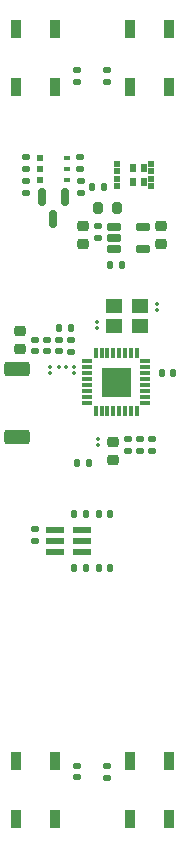
<source format=gbr>
%TF.GenerationSoftware,KiCad,Pcbnew,(6.0.9)*%
%TF.CreationDate,2022-12-14T11:00:14+00:00*%
%TF.ProjectId,ESP8285 PlantLight,45535038-3238-4352-9050-6c616e744c69,rev?*%
%TF.SameCoordinates,Original*%
%TF.FileFunction,Paste,Top*%
%TF.FilePolarity,Positive*%
%FSLAX46Y46*%
G04 Gerber Fmt 4.6, Leading zero omitted, Abs format (unit mm)*
G04 Created by KiCad (PCBNEW (6.0.9)) date 2022-12-14 11:00:14*
%MOMM*%
%LPD*%
G01*
G04 APERTURE LIST*
G04 Aperture macros list*
%AMRoundRect*
0 Rectangle with rounded corners*
0 $1 Rounding radius*
0 $2 $3 $4 $5 $6 $7 $8 $9 X,Y pos of 4 corners*
0 Add a 4 corners polygon primitive as box body*
4,1,4,$2,$3,$4,$5,$6,$7,$8,$9,$2,$3,0*
0 Add four circle primitives for the rounded corners*
1,1,$1+$1,$2,$3*
1,1,$1+$1,$4,$5*
1,1,$1+$1,$6,$7*
1,1,$1+$1,$8,$9*
0 Add four rect primitives between the rounded corners*
20,1,$1+$1,$2,$3,$4,$5,0*
20,1,$1+$1,$4,$5,$6,$7,0*
20,1,$1+$1,$6,$7,$8,$9,0*
20,1,$1+$1,$8,$9,$2,$3,0*%
G04 Aperture macros list end*
%ADD10C,0.010000*%
%ADD11RoundRect,0.030000X0.680000X0.220000X-0.680000X0.220000X-0.680000X-0.220000X0.680000X-0.220000X0*%
%ADD12RoundRect,0.046900X-0.538100X0.288100X-0.538100X-0.288100X0.538100X-0.288100X0.538100X0.288100X0*%
%ADD13RoundRect,0.008100X0.126900X-0.396900X0.126900X0.396900X-0.126900X0.396900X-0.126900X-0.396900X0*%
%ADD14RoundRect,0.008100X-0.396900X-0.126900X0.396900X-0.126900X0.396900X0.126900X-0.396900X0.126900X0*%
%ADD15R,0.550000X0.400000*%
%ADD16R,0.550000X0.550000*%
%ADD17RoundRect,0.135000X0.135000X0.185000X-0.135000X0.185000X-0.135000X-0.185000X0.135000X-0.185000X0*%
%ADD18RoundRect,0.140000X0.140000X0.170000X-0.140000X0.170000X-0.140000X-0.170000X0.140000X-0.170000X0*%
%ADD19RoundRect,0.140000X0.170000X-0.140000X0.170000X0.140000X-0.170000X0.140000X-0.170000X-0.140000X0*%
%ADD20RoundRect,0.250000X-0.850000X0.350000X-0.850000X-0.350000X0.850000X-0.350000X0.850000X0.350000X0*%
%ADD21RoundRect,0.135000X-0.135000X-0.185000X0.135000X-0.185000X0.135000X0.185000X-0.135000X0.185000X0*%
%ADD22RoundRect,0.140000X-0.170000X0.140000X-0.170000X-0.140000X0.170000X-0.140000X0.170000X0.140000X0*%
%ADD23RoundRect,0.067500X0.067500X-0.067500X0.067500X0.067500X-0.067500X0.067500X-0.067500X-0.067500X0*%
%ADD24RoundRect,0.140000X-0.140000X-0.170000X0.140000X-0.170000X0.140000X0.170000X-0.140000X0.170000X0*%
%ADD25R,1.400000X1.200000*%
%ADD26R,0.900000X1.500000*%
%ADD27RoundRect,0.067500X-0.067500X0.067500X-0.067500X-0.067500X0.067500X-0.067500X0.067500X0.067500X0*%
%ADD28RoundRect,0.135000X0.185000X-0.135000X0.185000X0.135000X-0.185000X0.135000X-0.185000X-0.135000X0*%
%ADD29RoundRect,0.225000X0.250000X-0.225000X0.250000X0.225000X-0.250000X0.225000X-0.250000X-0.225000X0*%
%ADD30RoundRect,0.150000X-0.150000X0.587500X-0.150000X-0.587500X0.150000X-0.587500X0.150000X0.587500X0*%
%ADD31RoundRect,0.225000X-0.250000X0.225000X-0.250000X-0.225000X0.250000X-0.225000X0.250000X0.225000X0*%
%ADD32RoundRect,0.200000X0.200000X0.275000X-0.200000X0.275000X-0.200000X-0.275000X0.200000X-0.275000X0*%
%ADD33RoundRect,0.067500X0.067500X0.067500X-0.067500X0.067500X-0.067500X-0.067500X0.067500X-0.067500X0*%
%ADD34R,0.630000X0.500000*%
%ADD35R,0.570000X0.738000*%
%ADD36R,0.630000X0.505000*%
G04 APERTURE END LIST*
%TO.C,U2*%
G36*
X155602000Y-76354000D02*
G01*
X153262000Y-76354000D01*
X153262000Y-74014000D01*
X155602000Y-74014000D01*
X155602000Y-76354000D01*
G37*
D10*
X155602000Y-76354000D02*
X153262000Y-76354000D01*
X153262000Y-74014000D01*
X155602000Y-74014000D01*
X155602000Y-76354000D01*
%TD*%
D11*
%TO.C,U4*%
X151513000Y-89596000D03*
X151513000Y-88646000D03*
X151513000Y-87696000D03*
X149223000Y-87696000D03*
X149223000Y-88646000D03*
X149223000Y-89596000D03*
%TD*%
D12*
%TO.C,U3*%
X154228000Y-62052000D03*
X154228000Y-62992000D03*
X154228000Y-63932000D03*
X156668000Y-63932000D03*
X156668000Y-62052000D03*
%TD*%
D13*
%TO.C,U2*%
X152682000Y-77629000D03*
X153182000Y-77629000D03*
X153682000Y-77629000D03*
X154182000Y-77629000D03*
X154682000Y-77629000D03*
X155182000Y-77629000D03*
X155682000Y-77629000D03*
X156182000Y-77629000D03*
X156182000Y-72739000D03*
X155682000Y-72739000D03*
X155182000Y-72739000D03*
X154682000Y-72739000D03*
X154182000Y-72739000D03*
X153682000Y-72739000D03*
X153182000Y-72739000D03*
X152682000Y-72739000D03*
D14*
X151987000Y-73434000D03*
X151987000Y-73934000D03*
X151987000Y-74434000D03*
X151987000Y-74934000D03*
X151987000Y-75434000D03*
X151987000Y-75934000D03*
X151987000Y-76434000D03*
X151987000Y-76934000D03*
X156877000Y-76934000D03*
X156877000Y-76434000D03*
X156877000Y-75934000D03*
X156877000Y-75434000D03*
X156877000Y-74934000D03*
X156877000Y-74434000D03*
X156877000Y-73934000D03*
X156877000Y-73434000D03*
%TD*%
D15*
%TO.C,U1*%
X150248000Y-58100000D03*
X150248000Y-57150000D03*
X150248000Y-56200000D03*
D16*
X147948000Y-56200000D03*
X147948000Y-57150000D03*
X147948000Y-58100000D03*
%TD*%
D17*
%TO.C,R14*%
X151866000Y-86360000D03*
X150846000Y-86360000D03*
%TD*%
D18*
%TO.C,R15*%
X153896000Y-86360000D03*
X152936000Y-86360000D03*
%TD*%
D19*
%TO.C,C19*%
X147574000Y-88618000D03*
X147574000Y-87658000D03*
%TD*%
D20*
%TO.C,AE1*%
X146050000Y-74112000D03*
X146050000Y-79812000D03*
%TD*%
D21*
%TO.C,R13*%
X150874000Y-90932000D03*
X151894000Y-90932000D03*
%TD*%
D22*
%TO.C,C16*%
X153670000Y-48796000D03*
X153670000Y-49756000D03*
%TD*%
%TO.C,C1*%
X146812000Y-58194000D03*
X146812000Y-59154000D03*
%TD*%
D19*
%TO.C,C4*%
X152908000Y-62964000D03*
X152908000Y-62004000D03*
%TD*%
%TO.C,C17*%
X150622000Y-72616000D03*
X150622000Y-71656000D03*
%TD*%
D23*
%TO.C,R2*%
X152908000Y-79989000D03*
X152908000Y-80539000D03*
%TD*%
D19*
%TO.C,C15*%
X149606000Y-72588000D03*
X149606000Y-71628000D03*
%TD*%
D24*
%TO.C,R12*%
X152936000Y-90932000D03*
X153896000Y-90932000D03*
%TD*%
D19*
%TO.C,R1*%
X151414000Y-59158000D03*
X151414000Y-58198000D03*
%TD*%
D22*
%TO.C,C8*%
X148590000Y-71628000D03*
X148590000Y-72588000D03*
%TD*%
D25*
%TO.C,Y1*%
X154264000Y-70446000D03*
X156464000Y-70446000D03*
X156464000Y-68746000D03*
X154264000Y-68746000D03*
%TD*%
D22*
%TO.C,C18*%
X153670000Y-107724000D03*
X153670000Y-108684000D03*
%TD*%
%TO.C,C5*%
X147574000Y-71628000D03*
X147574000Y-72588000D03*
%TD*%
D21*
%TO.C,R11*%
X153922000Y-65278000D03*
X154942000Y-65278000D03*
%TD*%
D26*
%TO.C,D1*%
X158876000Y-45302000D03*
X155576000Y-45302000D03*
X155576000Y-50202000D03*
X158876000Y-50202000D03*
%TD*%
D27*
%TO.C,C13*%
X148844000Y-74443000D03*
X148844000Y-73893000D03*
%TD*%
D28*
%TO.C,R5*%
X156464000Y-81028000D03*
X156464000Y-80008000D03*
%TD*%
D29*
%TO.C,C14*%
X158242000Y-63513000D03*
X158242000Y-61963000D03*
%TD*%
D26*
%TO.C,D2*%
X145924000Y-50202000D03*
X149224000Y-50202000D03*
X149224000Y-45302000D03*
X145924000Y-45302000D03*
%TD*%
D27*
%TO.C,C9*%
X157904000Y-69109000D03*
X157904000Y-68559000D03*
%TD*%
D28*
%TO.C,R3*%
X155448000Y-81028000D03*
X155448000Y-80008000D03*
%TD*%
D17*
%TO.C,R7*%
X153418000Y-58674000D03*
X152398000Y-58674000D03*
%TD*%
D30*
%TO.C,Q1*%
X150048000Y-59514500D03*
X148148000Y-59514500D03*
X149098000Y-61389500D03*
%TD*%
D31*
%TO.C,C12*%
X146304000Y-70853000D03*
X146304000Y-72403000D03*
%TD*%
D29*
%TO.C,C3*%
X151638000Y-63513000D03*
X151638000Y-61963000D03*
%TD*%
D19*
%TO.C,C11*%
X151102000Y-49756000D03*
X151102000Y-48796000D03*
%TD*%
D31*
%TO.C,C2*%
X154178000Y-80251000D03*
X154178000Y-81801000D03*
%TD*%
D32*
%TO.C,FB1*%
X154495000Y-60452000D03*
X152845000Y-60452000D03*
%TD*%
D28*
%TO.C,R6*%
X151384000Y-57152000D03*
X151384000Y-56132000D03*
%TD*%
D24*
%TO.C,R12*%
X158270000Y-74422000D03*
X159230000Y-74422000D03*
%TD*%
D28*
%TO.C,R8*%
X146812000Y-57152000D03*
X146812000Y-56132000D03*
%TD*%
D19*
%TO.C,C6*%
X151130000Y-108656000D03*
X151130000Y-107696000D03*
%TD*%
D23*
%TO.C,C10*%
X152824000Y-70083000D03*
X152824000Y-70633000D03*
%TD*%
D26*
%TO.C,D4*%
X158876000Y-107278000D03*
X155576000Y-107278000D03*
X155576000Y-112178000D03*
X158876000Y-112178000D03*
%TD*%
%TO.C,D3*%
X145924000Y-112178000D03*
X149224000Y-112178000D03*
X149224000Y-107278000D03*
X145924000Y-107278000D03*
%TD*%
D33*
%TO.C,L1*%
X150135000Y-73914000D03*
X149585000Y-73914000D03*
%TD*%
D27*
%TO.C,C7*%
X150876000Y-73893000D03*
X150876000Y-74443000D03*
%TD*%
D21*
%TO.C,R9*%
X149604000Y-70612000D03*
X150624000Y-70612000D03*
%TD*%
D28*
%TO.C,R4*%
X157480000Y-81028000D03*
X157480000Y-80008000D03*
%TD*%
D34*
%TO.C,Q2*%
X157396000Y-57988000D03*
D35*
X156816000Y-58268000D03*
X155866000Y-58268000D03*
D36*
X157396000Y-56685500D03*
X157396000Y-58630500D03*
D35*
X156816000Y-57048000D03*
D34*
X157396000Y-57328000D03*
D35*
X155866000Y-57048000D03*
D34*
X154516000Y-56688000D03*
X154516000Y-57328000D03*
X154516000Y-57988000D03*
X154516000Y-58628000D03*
%TD*%
D21*
%TO.C,R10*%
X151128000Y-82042000D03*
X152148000Y-82042000D03*
%TD*%
M02*

</source>
